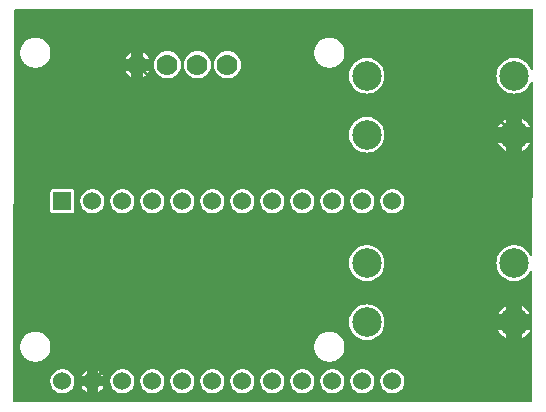
<source format=gtl>
G04 Layer: TopLayer*
G04 EasyEDA v6.5.15, 2022-08-31 14:33:10*
G04 7f742d56b1564ff082f2a7d2e7a97bc1,d16243303ffc4a33bbfddbaf118a1a26,10*
G04 Gerber Generator version 0.2*
G04 Scale: 100 percent, Rotated: No, Reflected: No *
G04 Dimensions in millimeters *
G04 leading zeros omitted , absolute positions ,4 integer and 5 decimal *
%FSLAX45Y45*%
%MOMM*%

%AMMACRO1*21,1,$1,$2,0,0,$3*%
%ADD10C,0.2540*%
%ADD11C,2.5000*%
%ADD12C,1.7780*%
%ADD13MACRO1,1.524X1.524X-90.0000*%
%ADD14C,1.5240*%
%ADD15C,0.0152*%

%LPD*%
G36*
X734720Y9093708D02*
G01*
X730808Y9094470D01*
X727506Y9096705D01*
X725322Y9100007D01*
X724560Y9103918D01*
X736955Y12409982D01*
X737768Y12413843D01*
X739952Y12417145D01*
X743254Y12419330D01*
X747115Y12420092D01*
X5119979Y12420092D01*
X5123891Y12419330D01*
X5127193Y12417094D01*
X5129377Y12413792D01*
X5130139Y12409881D01*
X5128310Y11916460D01*
X5127498Y11912600D01*
X5125313Y11909298D01*
X5122011Y11907113D01*
X5118100Y11906351D01*
X5114239Y11907113D01*
X5110937Y11909348D01*
X5108752Y11912650D01*
X5104333Y11923268D01*
X5096154Y11938101D01*
X5086350Y11951868D01*
X5075072Y11964517D01*
X5062474Y11975795D01*
X5048656Y11985548D01*
X5033873Y11993727D01*
X5018227Y12000230D01*
X5001971Y12004903D01*
X4985308Y12007748D01*
X4968392Y12008713D01*
X4951526Y12007748D01*
X4934813Y12004903D01*
X4918557Y12000230D01*
X4902911Y11993727D01*
X4888128Y11985548D01*
X4874310Y11975795D01*
X4861712Y11964517D01*
X4850434Y11951868D01*
X4840630Y11938101D01*
X4832451Y11923268D01*
X4825949Y11907621D01*
X4821275Y11891365D01*
X4818430Y11874703D01*
X4817516Y11857786D01*
X4818430Y11840921D01*
X4821275Y11824208D01*
X4825949Y11807952D01*
X4832451Y11792305D01*
X4840630Y11777522D01*
X4850434Y11763705D01*
X4861712Y11751106D01*
X4874310Y11739829D01*
X4888128Y11730024D01*
X4902911Y11721846D01*
X4918557Y11715394D01*
X4934813Y11710670D01*
X4951526Y11707876D01*
X4968392Y11706910D01*
X4985308Y11707876D01*
X5001971Y11710670D01*
X5018227Y11715394D01*
X5033873Y11721846D01*
X5048656Y11730024D01*
X5062474Y11739829D01*
X5075072Y11751106D01*
X5086350Y11763705D01*
X5096154Y11777522D01*
X5104333Y11792305D01*
X5108295Y11801906D01*
X5110530Y11805208D01*
X5113832Y11807393D01*
X5117693Y11808155D01*
X5121605Y11807393D01*
X5124907Y11805158D01*
X5127091Y11801856D01*
X5127853Y11797995D01*
X5126431Y11420957D01*
X5125974Y11418722D01*
X5126431Y11416436D01*
X5125974Y11299088D01*
X5125415Y11296243D01*
X5125974Y11293398D01*
X5122367Y10342473D01*
X5121402Y10338155D01*
X5118709Y10334701D01*
X5114747Y10332669D01*
X5110327Y10332516D01*
X5106263Y10334294D01*
X5103317Y10337596D01*
X5096154Y10350601D01*
X5086350Y10364368D01*
X5075072Y10377017D01*
X5062474Y10388295D01*
X5048656Y10398048D01*
X5033873Y10406227D01*
X5018227Y10412730D01*
X5001971Y10417403D01*
X4985308Y10420248D01*
X4968392Y10421213D01*
X4951526Y10420248D01*
X4934813Y10417403D01*
X4918557Y10412730D01*
X4902911Y10406227D01*
X4888128Y10398048D01*
X4874310Y10388295D01*
X4861712Y10377017D01*
X4850434Y10364368D01*
X4840630Y10350601D01*
X4832451Y10335768D01*
X4825949Y10320121D01*
X4821275Y10303865D01*
X4818430Y10287203D01*
X4817516Y10270286D01*
X4818430Y10253421D01*
X4821275Y10236708D01*
X4825949Y10220452D01*
X4832451Y10204805D01*
X4840630Y10190022D01*
X4850434Y10176205D01*
X4861712Y10163606D01*
X4874310Y10152329D01*
X4888128Y10142524D01*
X4902911Y10134346D01*
X4918557Y10127894D01*
X4934813Y10123170D01*
X4951526Y10120376D01*
X4968392Y10119410D01*
X4985308Y10120376D01*
X5001971Y10123170D01*
X5018227Y10127894D01*
X5033873Y10134346D01*
X5048656Y10142524D01*
X5062474Y10152329D01*
X5075072Y10163606D01*
X5086350Y10176205D01*
X5096154Y10190022D01*
X5102809Y10202011D01*
X5105704Y10205313D01*
X5109819Y10207091D01*
X5114239Y10206939D01*
X5118201Y10204907D01*
X5120894Y10201402D01*
X5121859Y10197033D01*
X5120538Y9845852D01*
X5119522Y9841534D01*
X5116830Y9838080D01*
X5115610Y9837420D01*
X5117490Y9836150D01*
X5119674Y9832848D01*
X5120436Y9828936D01*
X5120030Y9711588D01*
X5119217Y9707676D01*
X5117033Y9704425D01*
X5114188Y9702546D01*
X5116271Y9701479D01*
X5119014Y9697974D01*
X5119928Y9693605D01*
X5117744Y9103817D01*
X5116931Y9099956D01*
X5114747Y9096654D01*
X5111445Y9094470D01*
X5107584Y9093708D01*
G37*

%LPC*%
G36*
X2406192Y9169146D02*
G01*
X2419807Y9169146D01*
X2433320Y9170974D01*
X2446477Y9174581D01*
X2459024Y9179864D01*
X2470759Y9186824D01*
X2481478Y9195308D01*
X2490978Y9205112D01*
X2499055Y9216085D01*
X2505608Y9228023D01*
X2510485Y9240774D01*
X2513685Y9254032D01*
X2515006Y9267596D01*
X2514549Y9281210D01*
X2512314Y9294672D01*
X2508250Y9307677D01*
X2502509Y9320072D01*
X2495194Y9331553D01*
X2486406Y9341967D01*
X2476246Y9351111D01*
X2465019Y9358833D01*
X2452878Y9364980D01*
X2439974Y9369450D01*
X2426614Y9372193D01*
X2413000Y9373108D01*
X2399385Y9372193D01*
X2386025Y9369450D01*
X2373122Y9364980D01*
X2360980Y9358833D01*
X2349754Y9351111D01*
X2339594Y9341967D01*
X2330805Y9331553D01*
X2323490Y9320072D01*
X2317750Y9307677D01*
X2313686Y9294672D01*
X2311450Y9281210D01*
X2310993Y9267596D01*
X2312314Y9254032D01*
X2315514Y9240774D01*
X2320391Y9228023D01*
X2326944Y9216085D01*
X2335022Y9205112D01*
X2344521Y9195308D01*
X2355240Y9186824D01*
X2366975Y9179864D01*
X2379522Y9174581D01*
X2392680Y9170974D01*
G37*
G36*
X3168192Y9169146D02*
G01*
X3181807Y9169146D01*
X3195320Y9170974D01*
X3208477Y9174581D01*
X3221024Y9179864D01*
X3232759Y9186824D01*
X3243478Y9195308D01*
X3252978Y9205112D01*
X3261055Y9216085D01*
X3267608Y9228023D01*
X3272485Y9240774D01*
X3275685Y9254032D01*
X3277006Y9267596D01*
X3276549Y9281210D01*
X3274314Y9294672D01*
X3270250Y9307677D01*
X3264509Y9320072D01*
X3257194Y9331553D01*
X3248406Y9341967D01*
X3238246Y9351111D01*
X3227019Y9358833D01*
X3214878Y9364980D01*
X3201974Y9369450D01*
X3188614Y9372193D01*
X3175000Y9373108D01*
X3161385Y9372193D01*
X3148025Y9369450D01*
X3135122Y9364980D01*
X3122980Y9358833D01*
X3111754Y9351111D01*
X3101594Y9341967D01*
X3092805Y9331553D01*
X3085490Y9320072D01*
X3079750Y9307677D01*
X3075686Y9294672D01*
X3073450Y9281210D01*
X3072993Y9267596D01*
X3074314Y9254032D01*
X3077514Y9240774D01*
X3082391Y9228023D01*
X3088944Y9216085D01*
X3097022Y9205112D01*
X3106521Y9195308D01*
X3117240Y9186824D01*
X3128975Y9179864D01*
X3141522Y9174581D01*
X3154680Y9170974D01*
G37*
G36*
X2152192Y9169146D02*
G01*
X2165807Y9169146D01*
X2179320Y9170974D01*
X2192477Y9174581D01*
X2205024Y9179864D01*
X2216759Y9186824D01*
X2227478Y9195308D01*
X2236978Y9205112D01*
X2245055Y9216085D01*
X2251608Y9228023D01*
X2256485Y9240774D01*
X2259685Y9254032D01*
X2261006Y9267596D01*
X2260549Y9281210D01*
X2258314Y9294672D01*
X2254250Y9307677D01*
X2248509Y9320072D01*
X2241194Y9331553D01*
X2232406Y9341967D01*
X2222246Y9351111D01*
X2211019Y9358833D01*
X2198878Y9364980D01*
X2185974Y9369450D01*
X2172614Y9372193D01*
X2159000Y9373108D01*
X2145385Y9372193D01*
X2132025Y9369450D01*
X2119122Y9364980D01*
X2106980Y9358833D01*
X2095754Y9351111D01*
X2085593Y9341967D01*
X2076805Y9331553D01*
X2069490Y9320072D01*
X2063750Y9307677D01*
X2059686Y9294672D01*
X2057450Y9281210D01*
X2056993Y9267596D01*
X2058314Y9254032D01*
X2061514Y9240774D01*
X2066391Y9228023D01*
X2072944Y9216085D01*
X2081022Y9205112D01*
X2090521Y9195308D01*
X2101240Y9186824D01*
X2112975Y9179864D01*
X2125522Y9174581D01*
X2138680Y9170974D01*
G37*
G36*
X3422192Y9169146D02*
G01*
X3435807Y9169146D01*
X3449320Y9170974D01*
X3462477Y9174581D01*
X3475024Y9179864D01*
X3486759Y9186824D01*
X3497478Y9195308D01*
X3506978Y9205112D01*
X3515055Y9216085D01*
X3521608Y9228023D01*
X3526485Y9240774D01*
X3529685Y9254032D01*
X3531006Y9267596D01*
X3530549Y9281210D01*
X3528314Y9294672D01*
X3524250Y9307677D01*
X3518509Y9320072D01*
X3511194Y9331553D01*
X3502406Y9341967D01*
X3492246Y9351111D01*
X3481019Y9358833D01*
X3468878Y9364980D01*
X3455974Y9369450D01*
X3442614Y9372193D01*
X3429000Y9373108D01*
X3415385Y9372193D01*
X3402025Y9369450D01*
X3389122Y9364980D01*
X3376980Y9358833D01*
X3365754Y9351111D01*
X3355594Y9341967D01*
X3346805Y9331553D01*
X3339490Y9320072D01*
X3333750Y9307677D01*
X3329686Y9294672D01*
X3327450Y9281210D01*
X3326993Y9267596D01*
X3328314Y9254032D01*
X3331514Y9240774D01*
X3336391Y9228023D01*
X3342944Y9216085D01*
X3351022Y9205112D01*
X3360521Y9195308D01*
X3371240Y9186824D01*
X3382975Y9179864D01*
X3395522Y9174581D01*
X3408679Y9170974D01*
G37*
G36*
X2914192Y9169146D02*
G01*
X2927807Y9169146D01*
X2941320Y9170974D01*
X2954477Y9174581D01*
X2967024Y9179864D01*
X2978759Y9186824D01*
X2989478Y9195308D01*
X2998978Y9205112D01*
X3007055Y9216085D01*
X3013608Y9228023D01*
X3018485Y9240774D01*
X3021685Y9254032D01*
X3023006Y9267596D01*
X3022549Y9281210D01*
X3020314Y9294672D01*
X3016250Y9307677D01*
X3010509Y9320072D01*
X3003194Y9331553D01*
X2994406Y9341967D01*
X2984246Y9351111D01*
X2973019Y9358833D01*
X2960878Y9364980D01*
X2947974Y9369450D01*
X2934614Y9372193D01*
X2921000Y9373108D01*
X2907385Y9372193D01*
X2894025Y9369450D01*
X2881122Y9364980D01*
X2868980Y9358833D01*
X2857754Y9351111D01*
X2847594Y9341967D01*
X2838805Y9331553D01*
X2831490Y9320072D01*
X2825750Y9307677D01*
X2821686Y9294672D01*
X2819450Y9281210D01*
X2818993Y9267596D01*
X2820314Y9254032D01*
X2823514Y9240774D01*
X2828391Y9228023D01*
X2834944Y9216085D01*
X2843022Y9205112D01*
X2852521Y9195308D01*
X2863240Y9186824D01*
X2874975Y9179864D01*
X2887522Y9174581D01*
X2900680Y9170974D01*
G37*
G36*
X3930192Y9169146D02*
G01*
X3943807Y9169146D01*
X3957320Y9170974D01*
X3970477Y9174581D01*
X3983024Y9179864D01*
X3994759Y9186824D01*
X4005478Y9195308D01*
X4014978Y9205112D01*
X4023055Y9216085D01*
X4029608Y9228023D01*
X4034485Y9240774D01*
X4037685Y9254032D01*
X4039006Y9267596D01*
X4038549Y9281210D01*
X4036314Y9294672D01*
X4032250Y9307677D01*
X4026509Y9320072D01*
X4019194Y9331553D01*
X4010406Y9341967D01*
X4000246Y9351111D01*
X3989019Y9358833D01*
X3976878Y9364980D01*
X3963974Y9369450D01*
X3950614Y9372193D01*
X3937000Y9373108D01*
X3923385Y9372193D01*
X3910025Y9369450D01*
X3897122Y9364980D01*
X3884980Y9358833D01*
X3873754Y9351111D01*
X3863594Y9341967D01*
X3854805Y9331553D01*
X3847490Y9320072D01*
X3841750Y9307677D01*
X3837686Y9294672D01*
X3835450Y9281210D01*
X3834993Y9267596D01*
X3836314Y9254032D01*
X3839514Y9240774D01*
X3844391Y9228023D01*
X3850944Y9216085D01*
X3859022Y9205112D01*
X3868521Y9195308D01*
X3879240Y9186824D01*
X3890975Y9179864D01*
X3903522Y9174581D01*
X3916679Y9170974D01*
G37*
G36*
X2660192Y9169146D02*
G01*
X2673807Y9169146D01*
X2687320Y9170974D01*
X2700477Y9174581D01*
X2713024Y9179864D01*
X2724759Y9186824D01*
X2735478Y9195308D01*
X2744978Y9205112D01*
X2753055Y9216085D01*
X2759608Y9228023D01*
X2764485Y9240774D01*
X2767685Y9254032D01*
X2769006Y9267596D01*
X2768549Y9281210D01*
X2766314Y9294672D01*
X2762250Y9307677D01*
X2756509Y9320072D01*
X2749194Y9331553D01*
X2740406Y9341967D01*
X2730246Y9351111D01*
X2719019Y9358833D01*
X2706878Y9364980D01*
X2693974Y9369450D01*
X2680614Y9372193D01*
X2667000Y9373108D01*
X2653385Y9372193D01*
X2640025Y9369450D01*
X2627122Y9364980D01*
X2614980Y9358833D01*
X2603754Y9351111D01*
X2593594Y9341967D01*
X2584805Y9331553D01*
X2577490Y9320072D01*
X2571750Y9307677D01*
X2567686Y9294672D01*
X2565450Y9281210D01*
X2564993Y9267596D01*
X2566314Y9254032D01*
X2569514Y9240774D01*
X2574391Y9228023D01*
X2580944Y9216085D01*
X2589022Y9205112D01*
X2598521Y9195308D01*
X2609240Y9186824D01*
X2620975Y9179864D01*
X2633522Y9174581D01*
X2646680Y9170974D01*
G37*
G36*
X3676192Y9169146D02*
G01*
X3689807Y9169146D01*
X3703320Y9170974D01*
X3716477Y9174581D01*
X3729024Y9179864D01*
X3740759Y9186824D01*
X3751478Y9195308D01*
X3760978Y9205112D01*
X3769055Y9216085D01*
X3775608Y9228023D01*
X3780485Y9240774D01*
X3783685Y9254032D01*
X3785006Y9267596D01*
X3784549Y9281210D01*
X3782314Y9294672D01*
X3778250Y9307677D01*
X3772509Y9320072D01*
X3765194Y9331553D01*
X3756406Y9341967D01*
X3746246Y9351111D01*
X3735019Y9358833D01*
X3722878Y9364980D01*
X3709974Y9369450D01*
X3696614Y9372193D01*
X3683000Y9373108D01*
X3669385Y9372193D01*
X3656025Y9369450D01*
X3643122Y9364980D01*
X3630980Y9358833D01*
X3619754Y9351111D01*
X3609594Y9341967D01*
X3600805Y9331553D01*
X3593490Y9320072D01*
X3587750Y9307677D01*
X3583686Y9294672D01*
X3581450Y9281210D01*
X3580993Y9267596D01*
X3582314Y9254032D01*
X3585514Y9240774D01*
X3590391Y9228023D01*
X3596944Y9216085D01*
X3605022Y9205112D01*
X3614521Y9195308D01*
X3625240Y9186824D01*
X3636975Y9179864D01*
X3649522Y9174581D01*
X3662679Y9170974D01*
G37*
G36*
X1898192Y9169146D02*
G01*
X1911807Y9169146D01*
X1925320Y9170974D01*
X1938477Y9174581D01*
X1951024Y9179864D01*
X1962759Y9186824D01*
X1973478Y9195308D01*
X1982978Y9205112D01*
X1991055Y9216085D01*
X1997608Y9228023D01*
X2002485Y9240774D01*
X2005685Y9254032D01*
X2007006Y9267596D01*
X2006549Y9281210D01*
X2004314Y9294672D01*
X2000250Y9307677D01*
X1994509Y9320072D01*
X1987194Y9331553D01*
X1978406Y9341967D01*
X1968246Y9351111D01*
X1957019Y9358833D01*
X1944878Y9364980D01*
X1931974Y9369450D01*
X1918614Y9372193D01*
X1905000Y9373108D01*
X1891385Y9372193D01*
X1878025Y9369450D01*
X1865122Y9364980D01*
X1852980Y9358833D01*
X1841754Y9351111D01*
X1831593Y9341967D01*
X1822805Y9331553D01*
X1815490Y9320072D01*
X1809750Y9307677D01*
X1805686Y9294672D01*
X1803450Y9281210D01*
X1802993Y9267596D01*
X1804314Y9254032D01*
X1807514Y9240774D01*
X1812391Y9228023D01*
X1818944Y9216085D01*
X1827022Y9205112D01*
X1836521Y9195308D01*
X1847240Y9186824D01*
X1858975Y9179864D01*
X1871522Y9174581D01*
X1884680Y9170974D01*
G37*
G36*
X1644192Y9169146D02*
G01*
X1657807Y9169146D01*
X1671320Y9170974D01*
X1684477Y9174581D01*
X1697024Y9179864D01*
X1708759Y9186824D01*
X1719478Y9195308D01*
X1728978Y9205112D01*
X1737055Y9216085D01*
X1743608Y9228023D01*
X1748485Y9240774D01*
X1751685Y9254032D01*
X1753006Y9267596D01*
X1752549Y9281210D01*
X1750314Y9294672D01*
X1746250Y9307677D01*
X1740509Y9320072D01*
X1733194Y9331553D01*
X1724406Y9341967D01*
X1714246Y9351111D01*
X1703019Y9358833D01*
X1690878Y9364980D01*
X1677974Y9369450D01*
X1664614Y9372193D01*
X1651000Y9373108D01*
X1637385Y9372193D01*
X1624025Y9369450D01*
X1611122Y9364980D01*
X1598980Y9358833D01*
X1587754Y9351111D01*
X1577594Y9341967D01*
X1568805Y9331553D01*
X1561490Y9320072D01*
X1555750Y9307677D01*
X1551686Y9294672D01*
X1549450Y9281210D01*
X1548993Y9267596D01*
X1550314Y9254032D01*
X1553514Y9240774D01*
X1558391Y9228023D01*
X1564944Y9216085D01*
X1573022Y9205112D01*
X1582521Y9195308D01*
X1593240Y9186824D01*
X1604975Y9179864D01*
X1617522Y9174581D01*
X1630680Y9170974D01*
G37*
G36*
X1136192Y9169146D02*
G01*
X1149807Y9169146D01*
X1163320Y9170974D01*
X1176477Y9174581D01*
X1189024Y9179864D01*
X1200759Y9186824D01*
X1211478Y9195308D01*
X1220978Y9205112D01*
X1229055Y9216085D01*
X1235608Y9228023D01*
X1240485Y9240774D01*
X1243685Y9254032D01*
X1245006Y9267596D01*
X1244549Y9281210D01*
X1242314Y9294672D01*
X1238250Y9307677D01*
X1232509Y9320072D01*
X1225194Y9331553D01*
X1216406Y9341967D01*
X1206246Y9351111D01*
X1195019Y9358833D01*
X1182878Y9364980D01*
X1169974Y9369450D01*
X1156614Y9372193D01*
X1143000Y9373108D01*
X1129385Y9372193D01*
X1116025Y9369450D01*
X1103122Y9364980D01*
X1090980Y9358833D01*
X1079754Y9351111D01*
X1069594Y9341967D01*
X1060805Y9331553D01*
X1053490Y9320072D01*
X1047750Y9307677D01*
X1043686Y9294672D01*
X1041450Y9281210D01*
X1040993Y9267596D01*
X1042314Y9254032D01*
X1045514Y9240774D01*
X1050391Y9228023D01*
X1056944Y9216085D01*
X1065022Y9205112D01*
X1074521Y9195308D01*
X1085240Y9186824D01*
X1096975Y9179864D01*
X1109522Y9174581D01*
X1122680Y9170974D01*
G37*
G36*
X1441450Y9179204D02*
G01*
X1443024Y9179864D01*
X1454759Y9186824D01*
X1465478Y9195308D01*
X1474978Y9205112D01*
X1483055Y9216085D01*
X1488795Y9226550D01*
X1441450Y9226550D01*
G37*
G36*
X1352550Y9179204D02*
G01*
X1352550Y9226550D01*
X1305204Y9226550D01*
X1310944Y9216085D01*
X1319022Y9205112D01*
X1328521Y9195308D01*
X1339240Y9186824D01*
X1350975Y9179864D01*
G37*
G36*
X1441450Y9315450D02*
G01*
X1488643Y9315450D01*
X1486509Y9320072D01*
X1479194Y9331553D01*
X1470406Y9341967D01*
X1460246Y9351111D01*
X1449019Y9358833D01*
X1441450Y9362643D01*
G37*
G36*
X1305356Y9315450D02*
G01*
X1352550Y9315450D01*
X1352550Y9362643D01*
X1344980Y9358833D01*
X1333754Y9351111D01*
X1323594Y9341967D01*
X1314805Y9331553D01*
X1307490Y9320072D01*
G37*
G36*
X3403600Y9435592D02*
G01*
X3418992Y9436557D01*
X3434130Y9439300D01*
X3448812Y9443872D01*
X3462832Y9450222D01*
X3476040Y9458198D01*
X3488131Y9467697D01*
X3499002Y9478568D01*
X3508501Y9490659D01*
X3516477Y9503867D01*
X3522827Y9517888D01*
X3527399Y9532569D01*
X3530142Y9547707D01*
X3531108Y9563100D01*
X3530142Y9578492D01*
X3527399Y9593630D01*
X3522827Y9608312D01*
X3516477Y9622332D01*
X3508501Y9635540D01*
X3499002Y9647631D01*
X3488131Y9658502D01*
X3476040Y9668002D01*
X3462832Y9675977D01*
X3448812Y9682327D01*
X3434130Y9686899D01*
X3418992Y9689642D01*
X3403600Y9690608D01*
X3388207Y9689642D01*
X3373069Y9686899D01*
X3358387Y9682327D01*
X3344367Y9675977D01*
X3331159Y9668002D01*
X3319068Y9658502D01*
X3308197Y9647631D01*
X3298698Y9635540D01*
X3290722Y9622332D01*
X3284372Y9608312D01*
X3279800Y9593630D01*
X3277057Y9578492D01*
X3276092Y9563100D01*
X3277057Y9547707D01*
X3279800Y9532569D01*
X3284372Y9517888D01*
X3290722Y9503867D01*
X3298698Y9490659D01*
X3308197Y9478568D01*
X3319068Y9467697D01*
X3331159Y9458198D01*
X3344367Y9450222D01*
X3358387Y9443872D01*
X3373069Y9439300D01*
X3388207Y9436557D01*
G37*
G36*
X914400Y9435592D02*
G01*
X929792Y9436557D01*
X944930Y9439300D01*
X959612Y9443872D01*
X973632Y9450222D01*
X986840Y9458198D01*
X998931Y9467697D01*
X1009802Y9478568D01*
X1019302Y9490659D01*
X1027277Y9503867D01*
X1033627Y9517888D01*
X1038199Y9532569D01*
X1040942Y9547707D01*
X1041908Y9563100D01*
X1040942Y9578492D01*
X1038199Y9593630D01*
X1033627Y9608312D01*
X1027277Y9622332D01*
X1019302Y9635540D01*
X1009802Y9647631D01*
X998931Y9658502D01*
X986840Y9668002D01*
X973632Y9675977D01*
X959612Y9682327D01*
X944930Y9686899D01*
X929792Y9689642D01*
X914400Y9690608D01*
X899007Y9689642D01*
X883869Y9686899D01*
X869187Y9682327D01*
X855167Y9675977D01*
X841959Y9668002D01*
X829868Y9658502D01*
X818997Y9647631D01*
X809498Y9635540D01*
X801522Y9622332D01*
X795172Y9608312D01*
X790600Y9593630D01*
X787857Y9578492D01*
X786892Y9563100D01*
X787857Y9547707D01*
X790600Y9532569D01*
X795172Y9517888D01*
X801522Y9503867D01*
X809498Y9490659D01*
X818997Y9478568D01*
X829868Y9467697D01*
X841959Y9458198D01*
X855167Y9450222D01*
X869187Y9443872D01*
X883869Y9439300D01*
X899007Y9436557D01*
G37*
G36*
X3718407Y9619386D02*
G01*
X3735273Y9620351D01*
X3751986Y9623196D01*
X3768242Y9627870D01*
X3783888Y9634372D01*
X3798671Y9642551D01*
X3812489Y9652304D01*
X3825087Y9663582D01*
X3836365Y9676231D01*
X3846169Y9689998D01*
X3854348Y9704832D01*
X3860800Y9720478D01*
X3865524Y9736734D01*
X3868318Y9753396D01*
X3869283Y9770313D01*
X3868318Y9787178D01*
X3865524Y9803892D01*
X3860800Y9820148D01*
X3854348Y9835794D01*
X3846169Y9850577D01*
X3836365Y9864394D01*
X3825087Y9876993D01*
X3812489Y9888270D01*
X3798671Y9898075D01*
X3783888Y9906254D01*
X3768242Y9912705D01*
X3751986Y9917430D01*
X3735273Y9920224D01*
X3718407Y9921189D01*
X3701491Y9920224D01*
X3684828Y9917430D01*
X3668572Y9912705D01*
X3652926Y9906254D01*
X3638143Y9898075D01*
X3624326Y9888270D01*
X3611727Y9876993D01*
X3600450Y9864394D01*
X3590645Y9850577D01*
X3582466Y9835794D01*
X3575964Y9820148D01*
X3571290Y9803892D01*
X3568446Y9787178D01*
X3567531Y9770313D01*
X3568446Y9753396D01*
X3571290Y9736734D01*
X3575964Y9720478D01*
X3582466Y9704832D01*
X3590645Y9689998D01*
X3600450Y9676231D01*
X3611727Y9663582D01*
X3624326Y9652304D01*
X3638143Y9642551D01*
X3652926Y9634372D01*
X3668572Y9627870D01*
X3684828Y9623196D01*
X3701491Y9620351D01*
G37*
G36*
X4899558Y9636201D02*
G01*
X4899558Y9701428D01*
X4834331Y9701428D01*
X4840630Y9689998D01*
X4850434Y9676231D01*
X4861712Y9663582D01*
X4874310Y9652304D01*
X4888128Y9642551D01*
G37*
G36*
X5037226Y9636201D02*
G01*
X5048656Y9642551D01*
X5062474Y9652304D01*
X5075072Y9663582D01*
X5086350Y9676231D01*
X5096154Y9689998D01*
X5100878Y9698583D01*
X5103418Y9701428D01*
X5037226Y9701428D01*
G37*
G36*
X4834331Y9839147D02*
G01*
X4899558Y9839147D01*
X4899558Y9904374D01*
X4888128Y9898075D01*
X4874310Y9888270D01*
X4861712Y9876993D01*
X4850434Y9864394D01*
X4840630Y9850577D01*
G37*
G36*
X5037226Y9839147D02*
G01*
X5103063Y9839147D01*
X5101488Y9840976D01*
X5096154Y9850577D01*
X5086350Y9864394D01*
X5075072Y9876993D01*
X5062474Y9888270D01*
X5048656Y9898075D01*
X5037226Y9904374D01*
G37*
G36*
X3718407Y10119410D02*
G01*
X3735273Y10120376D01*
X3751986Y10123170D01*
X3768242Y10127894D01*
X3783888Y10134346D01*
X3798671Y10142524D01*
X3812489Y10152329D01*
X3825087Y10163606D01*
X3836365Y10176205D01*
X3846169Y10190022D01*
X3854348Y10204805D01*
X3860800Y10220452D01*
X3865524Y10236708D01*
X3868318Y10253421D01*
X3869283Y10270286D01*
X3868318Y10287203D01*
X3865524Y10303865D01*
X3860800Y10320121D01*
X3854348Y10335768D01*
X3846169Y10350601D01*
X3836365Y10364368D01*
X3825087Y10377017D01*
X3812489Y10388295D01*
X3798671Y10398048D01*
X3783888Y10406227D01*
X3768242Y10412730D01*
X3751986Y10417403D01*
X3735273Y10420248D01*
X3718407Y10421213D01*
X3701491Y10420248D01*
X3684828Y10417403D01*
X3668572Y10412730D01*
X3652926Y10406227D01*
X3638143Y10398048D01*
X3624326Y10388295D01*
X3611727Y10377017D01*
X3600450Y10364368D01*
X3590645Y10350601D01*
X3582466Y10335768D01*
X3575964Y10320121D01*
X3571290Y10303865D01*
X3568446Y10287203D01*
X3567531Y10270286D01*
X3568446Y10253421D01*
X3571290Y10236708D01*
X3575964Y10220452D01*
X3582466Y10204805D01*
X3590645Y10190022D01*
X3600450Y10176205D01*
X3611727Y10163606D01*
X3624326Y10152329D01*
X3638143Y10142524D01*
X3652926Y10134346D01*
X3668572Y10127894D01*
X3684828Y10123170D01*
X3701491Y10120376D01*
G37*
G36*
X1067358Y10692892D02*
G01*
X1218641Y10692892D01*
X1224940Y10693603D01*
X1230426Y10695533D01*
X1235303Y10698581D01*
X1239418Y10702696D01*
X1242466Y10707573D01*
X1244396Y10713059D01*
X1245108Y10719358D01*
X1245108Y10870641D01*
X1244396Y10876940D01*
X1242466Y10882426D01*
X1239418Y10887303D01*
X1235303Y10891418D01*
X1230426Y10894466D01*
X1224940Y10896396D01*
X1218641Y10897108D01*
X1067358Y10897108D01*
X1061059Y10896396D01*
X1055573Y10894466D01*
X1050696Y10891418D01*
X1046581Y10887303D01*
X1043533Y10882426D01*
X1041603Y10876940D01*
X1040892Y10870641D01*
X1040892Y10719358D01*
X1041603Y10713059D01*
X1043533Y10707573D01*
X1046581Y10702696D01*
X1050696Y10698581D01*
X1055573Y10695533D01*
X1061059Y10693603D01*
G37*
G36*
X3168192Y10693146D02*
G01*
X3181807Y10693146D01*
X3195320Y10694974D01*
X3208477Y10698581D01*
X3221024Y10703864D01*
X3232759Y10710824D01*
X3243478Y10719308D01*
X3252978Y10729112D01*
X3261055Y10740085D01*
X3267608Y10752023D01*
X3272485Y10764774D01*
X3275685Y10778032D01*
X3277006Y10791596D01*
X3276549Y10805210D01*
X3274314Y10818672D01*
X3270250Y10831677D01*
X3264509Y10844072D01*
X3257194Y10855553D01*
X3248406Y10865967D01*
X3238246Y10875111D01*
X3227019Y10882833D01*
X3214878Y10888980D01*
X3201974Y10893450D01*
X3188614Y10896193D01*
X3175000Y10897108D01*
X3161385Y10896193D01*
X3148025Y10893450D01*
X3135122Y10888980D01*
X3122980Y10882833D01*
X3111754Y10875111D01*
X3101594Y10865967D01*
X3092805Y10855553D01*
X3085490Y10844072D01*
X3079750Y10831677D01*
X3075686Y10818672D01*
X3073450Y10805210D01*
X3072993Y10791596D01*
X3074314Y10778032D01*
X3077514Y10764774D01*
X3082391Y10752023D01*
X3088944Y10740085D01*
X3097022Y10729112D01*
X3106521Y10719308D01*
X3117240Y10710824D01*
X3128975Y10703864D01*
X3141522Y10698581D01*
X3154680Y10694974D01*
G37*
G36*
X3422192Y10693146D02*
G01*
X3435807Y10693146D01*
X3449320Y10694974D01*
X3462477Y10698581D01*
X3475024Y10703864D01*
X3486759Y10710824D01*
X3497478Y10719308D01*
X3506978Y10729112D01*
X3515055Y10740085D01*
X3521608Y10752023D01*
X3526485Y10764774D01*
X3529685Y10778032D01*
X3531006Y10791596D01*
X3530549Y10805210D01*
X3528314Y10818672D01*
X3524250Y10831677D01*
X3518509Y10844072D01*
X3511194Y10855553D01*
X3502406Y10865967D01*
X3492246Y10875111D01*
X3481019Y10882833D01*
X3468878Y10888980D01*
X3455974Y10893450D01*
X3442614Y10896193D01*
X3429000Y10897108D01*
X3415385Y10896193D01*
X3402025Y10893450D01*
X3389122Y10888980D01*
X3376980Y10882833D01*
X3365754Y10875111D01*
X3355594Y10865967D01*
X3346805Y10855553D01*
X3339490Y10844072D01*
X3333750Y10831677D01*
X3329686Y10818672D01*
X3327450Y10805210D01*
X3326993Y10791596D01*
X3328314Y10778032D01*
X3331514Y10764774D01*
X3336391Y10752023D01*
X3342944Y10740085D01*
X3351022Y10729112D01*
X3360521Y10719308D01*
X3371240Y10710824D01*
X3382975Y10703864D01*
X3395522Y10698581D01*
X3408679Y10694974D01*
G37*
G36*
X2660192Y10693146D02*
G01*
X2673807Y10693146D01*
X2687320Y10694974D01*
X2700477Y10698581D01*
X2713024Y10703864D01*
X2724759Y10710824D01*
X2735478Y10719308D01*
X2744978Y10729112D01*
X2753055Y10740085D01*
X2759608Y10752023D01*
X2764485Y10764774D01*
X2767685Y10778032D01*
X2769006Y10791596D01*
X2768549Y10805210D01*
X2766314Y10818672D01*
X2762250Y10831677D01*
X2756509Y10844072D01*
X2749194Y10855553D01*
X2740406Y10865967D01*
X2730246Y10875111D01*
X2719019Y10882833D01*
X2706878Y10888980D01*
X2693974Y10893450D01*
X2680614Y10896193D01*
X2667000Y10897108D01*
X2653385Y10896193D01*
X2640025Y10893450D01*
X2627122Y10888980D01*
X2614980Y10882833D01*
X2603754Y10875111D01*
X2593594Y10865967D01*
X2584805Y10855553D01*
X2577490Y10844072D01*
X2571750Y10831677D01*
X2567686Y10818672D01*
X2565450Y10805210D01*
X2564993Y10791596D01*
X2566314Y10778032D01*
X2569514Y10764774D01*
X2574391Y10752023D01*
X2580944Y10740085D01*
X2589022Y10729112D01*
X2598521Y10719308D01*
X2609240Y10710824D01*
X2620975Y10703864D01*
X2633522Y10698581D01*
X2646680Y10694974D01*
G37*
G36*
X2152192Y10693146D02*
G01*
X2165807Y10693146D01*
X2179320Y10694974D01*
X2192477Y10698581D01*
X2205024Y10703864D01*
X2216759Y10710824D01*
X2227478Y10719308D01*
X2236978Y10729112D01*
X2245055Y10740085D01*
X2251608Y10752023D01*
X2256485Y10764774D01*
X2259685Y10778032D01*
X2261006Y10791596D01*
X2260549Y10805210D01*
X2258314Y10818672D01*
X2254250Y10831677D01*
X2248509Y10844072D01*
X2241194Y10855553D01*
X2232406Y10865967D01*
X2222246Y10875111D01*
X2211019Y10882833D01*
X2198878Y10888980D01*
X2185974Y10893450D01*
X2172614Y10896193D01*
X2159000Y10897108D01*
X2145385Y10896193D01*
X2132025Y10893450D01*
X2119122Y10888980D01*
X2106980Y10882833D01*
X2095754Y10875111D01*
X2085593Y10865967D01*
X2076805Y10855553D01*
X2069490Y10844072D01*
X2063750Y10831677D01*
X2059686Y10818672D01*
X2057450Y10805210D01*
X2056993Y10791596D01*
X2058314Y10778032D01*
X2061514Y10764774D01*
X2066391Y10752023D01*
X2072944Y10740085D01*
X2081022Y10729112D01*
X2090521Y10719308D01*
X2101240Y10710824D01*
X2112975Y10703864D01*
X2125522Y10698581D01*
X2138680Y10694974D01*
G37*
G36*
X3676192Y10693146D02*
G01*
X3689807Y10693146D01*
X3703320Y10694974D01*
X3716477Y10698581D01*
X3729024Y10703864D01*
X3740759Y10710824D01*
X3751478Y10719308D01*
X3760978Y10729112D01*
X3769055Y10740085D01*
X3775608Y10752023D01*
X3780485Y10764774D01*
X3783685Y10778032D01*
X3785006Y10791596D01*
X3784549Y10805210D01*
X3782314Y10818672D01*
X3778250Y10831677D01*
X3772509Y10844072D01*
X3765194Y10855553D01*
X3756406Y10865967D01*
X3746246Y10875111D01*
X3735019Y10882833D01*
X3722878Y10888980D01*
X3709974Y10893450D01*
X3696614Y10896193D01*
X3683000Y10897108D01*
X3669385Y10896193D01*
X3656025Y10893450D01*
X3643122Y10888980D01*
X3630980Y10882833D01*
X3619754Y10875111D01*
X3609594Y10865967D01*
X3600805Y10855553D01*
X3593490Y10844072D01*
X3587750Y10831677D01*
X3583686Y10818672D01*
X3581450Y10805210D01*
X3580993Y10791596D01*
X3582314Y10778032D01*
X3585514Y10764774D01*
X3590391Y10752023D01*
X3596944Y10740085D01*
X3605022Y10729112D01*
X3614521Y10719308D01*
X3625240Y10710824D01*
X3636975Y10703864D01*
X3649522Y10698581D01*
X3662679Y10694974D01*
G37*
G36*
X2914192Y10693146D02*
G01*
X2927807Y10693146D01*
X2941320Y10694974D01*
X2954477Y10698581D01*
X2967024Y10703864D01*
X2978759Y10710824D01*
X2989478Y10719308D01*
X2998978Y10729112D01*
X3007055Y10740085D01*
X3013608Y10752023D01*
X3018485Y10764774D01*
X3021685Y10778032D01*
X3023006Y10791596D01*
X3022549Y10805210D01*
X3020314Y10818672D01*
X3016250Y10831677D01*
X3010509Y10844072D01*
X3003194Y10855553D01*
X2994406Y10865967D01*
X2984246Y10875111D01*
X2973019Y10882833D01*
X2960878Y10888980D01*
X2947974Y10893450D01*
X2934614Y10896193D01*
X2921000Y10897108D01*
X2907385Y10896193D01*
X2894025Y10893450D01*
X2881122Y10888980D01*
X2868980Y10882833D01*
X2857754Y10875111D01*
X2847594Y10865967D01*
X2838805Y10855553D01*
X2831490Y10844072D01*
X2825750Y10831677D01*
X2821686Y10818672D01*
X2819450Y10805210D01*
X2818993Y10791596D01*
X2820314Y10778032D01*
X2823514Y10764774D01*
X2828391Y10752023D01*
X2834944Y10740085D01*
X2843022Y10729112D01*
X2852521Y10719308D01*
X2863240Y10710824D01*
X2874975Y10703864D01*
X2887522Y10698581D01*
X2900680Y10694974D01*
G37*
G36*
X3930192Y10693146D02*
G01*
X3943807Y10693146D01*
X3957320Y10694974D01*
X3970477Y10698581D01*
X3983024Y10703864D01*
X3994759Y10710824D01*
X4005478Y10719308D01*
X4014978Y10729112D01*
X4023055Y10740085D01*
X4029608Y10752023D01*
X4034485Y10764774D01*
X4037685Y10778032D01*
X4039006Y10791596D01*
X4038549Y10805210D01*
X4036314Y10818672D01*
X4032250Y10831677D01*
X4026509Y10844072D01*
X4019194Y10855553D01*
X4010406Y10865967D01*
X4000246Y10875111D01*
X3989019Y10882833D01*
X3976878Y10888980D01*
X3963974Y10893450D01*
X3950614Y10896193D01*
X3937000Y10897108D01*
X3923385Y10896193D01*
X3910025Y10893450D01*
X3897122Y10888980D01*
X3884980Y10882833D01*
X3873754Y10875111D01*
X3863594Y10865967D01*
X3854805Y10855553D01*
X3847490Y10844072D01*
X3841750Y10831677D01*
X3837686Y10818672D01*
X3835450Y10805210D01*
X3834993Y10791596D01*
X3836314Y10778032D01*
X3839514Y10764774D01*
X3844391Y10752023D01*
X3850944Y10740085D01*
X3859022Y10729112D01*
X3868521Y10719308D01*
X3879240Y10710824D01*
X3890975Y10703864D01*
X3903522Y10698581D01*
X3916679Y10694974D01*
G37*
G36*
X2406192Y10693146D02*
G01*
X2419807Y10693146D01*
X2433320Y10694974D01*
X2446477Y10698581D01*
X2459024Y10703864D01*
X2470759Y10710824D01*
X2481478Y10719308D01*
X2490978Y10729112D01*
X2499055Y10740085D01*
X2505608Y10752023D01*
X2510485Y10764774D01*
X2513685Y10778032D01*
X2515006Y10791596D01*
X2514549Y10805210D01*
X2512314Y10818672D01*
X2508250Y10831677D01*
X2502509Y10844072D01*
X2495194Y10855553D01*
X2486406Y10865967D01*
X2476246Y10875111D01*
X2465019Y10882833D01*
X2452878Y10888980D01*
X2439974Y10893450D01*
X2426614Y10896193D01*
X2413000Y10897108D01*
X2399385Y10896193D01*
X2386025Y10893450D01*
X2373122Y10888980D01*
X2360980Y10882833D01*
X2349754Y10875111D01*
X2339594Y10865967D01*
X2330805Y10855553D01*
X2323490Y10844072D01*
X2317750Y10831677D01*
X2313686Y10818672D01*
X2311450Y10805210D01*
X2310993Y10791596D01*
X2312314Y10778032D01*
X2315514Y10764774D01*
X2320391Y10752023D01*
X2326944Y10740085D01*
X2335022Y10729112D01*
X2344521Y10719308D01*
X2355240Y10710824D01*
X2366975Y10703864D01*
X2379522Y10698581D01*
X2392680Y10694974D01*
G37*
G36*
X1898192Y10693146D02*
G01*
X1911807Y10693146D01*
X1925320Y10694974D01*
X1938477Y10698581D01*
X1951024Y10703864D01*
X1962759Y10710824D01*
X1973478Y10719308D01*
X1982978Y10729112D01*
X1991055Y10740085D01*
X1997608Y10752023D01*
X2002485Y10764774D01*
X2005685Y10778032D01*
X2007006Y10791596D01*
X2006549Y10805210D01*
X2004314Y10818672D01*
X2000250Y10831677D01*
X1994509Y10844072D01*
X1987194Y10855553D01*
X1978406Y10865967D01*
X1968246Y10875111D01*
X1957019Y10882833D01*
X1944878Y10888980D01*
X1931974Y10893450D01*
X1918614Y10896193D01*
X1905000Y10897108D01*
X1891385Y10896193D01*
X1878025Y10893450D01*
X1865122Y10888980D01*
X1852980Y10882833D01*
X1841754Y10875111D01*
X1831593Y10865967D01*
X1822805Y10855553D01*
X1815490Y10844072D01*
X1809750Y10831677D01*
X1805686Y10818672D01*
X1803450Y10805210D01*
X1802993Y10791596D01*
X1804314Y10778032D01*
X1807514Y10764774D01*
X1812391Y10752023D01*
X1818944Y10740085D01*
X1827022Y10729112D01*
X1836521Y10719308D01*
X1847240Y10710824D01*
X1858975Y10703864D01*
X1871522Y10698581D01*
X1884680Y10694974D01*
G37*
G36*
X1644192Y10693146D02*
G01*
X1657807Y10693146D01*
X1671320Y10694974D01*
X1684477Y10698581D01*
X1697024Y10703864D01*
X1708759Y10710824D01*
X1719478Y10719308D01*
X1728978Y10729112D01*
X1737055Y10740085D01*
X1743608Y10752023D01*
X1748485Y10764774D01*
X1751685Y10778032D01*
X1753006Y10791596D01*
X1752549Y10805210D01*
X1750314Y10818672D01*
X1746250Y10831677D01*
X1740509Y10844072D01*
X1733194Y10855553D01*
X1724406Y10865967D01*
X1714246Y10875111D01*
X1703019Y10882833D01*
X1690878Y10888980D01*
X1677974Y10893450D01*
X1664614Y10896193D01*
X1651000Y10897108D01*
X1637385Y10896193D01*
X1624025Y10893450D01*
X1611122Y10888980D01*
X1598980Y10882833D01*
X1587754Y10875111D01*
X1577594Y10865967D01*
X1568805Y10855553D01*
X1561490Y10844072D01*
X1555750Y10831677D01*
X1551686Y10818672D01*
X1549450Y10805210D01*
X1548993Y10791596D01*
X1550314Y10778032D01*
X1553514Y10764774D01*
X1558391Y10752023D01*
X1564944Y10740085D01*
X1573022Y10729112D01*
X1582521Y10719308D01*
X1593240Y10710824D01*
X1604975Y10703864D01*
X1617522Y10698581D01*
X1630680Y10694974D01*
G37*
G36*
X1390192Y10693146D02*
G01*
X1403807Y10693146D01*
X1417320Y10694974D01*
X1430477Y10698581D01*
X1443024Y10703864D01*
X1454759Y10710824D01*
X1465478Y10719308D01*
X1474978Y10729112D01*
X1483055Y10740085D01*
X1489608Y10752023D01*
X1494485Y10764774D01*
X1497685Y10778032D01*
X1499006Y10791596D01*
X1498549Y10805210D01*
X1496314Y10818672D01*
X1492250Y10831677D01*
X1486509Y10844072D01*
X1479194Y10855553D01*
X1470406Y10865967D01*
X1460246Y10875111D01*
X1449019Y10882833D01*
X1436878Y10888980D01*
X1423974Y10893450D01*
X1410614Y10896193D01*
X1397000Y10897108D01*
X1383385Y10896193D01*
X1370025Y10893450D01*
X1357122Y10888980D01*
X1344980Y10882833D01*
X1333754Y10875111D01*
X1323594Y10865967D01*
X1314805Y10855553D01*
X1307490Y10844072D01*
X1301750Y10831677D01*
X1297686Y10818672D01*
X1295450Y10805210D01*
X1294993Y10791596D01*
X1296314Y10778032D01*
X1299514Y10764774D01*
X1304391Y10752023D01*
X1310944Y10740085D01*
X1319022Y10729112D01*
X1328521Y10719308D01*
X1339240Y10710824D01*
X1350975Y10703864D01*
X1363522Y10698581D01*
X1376680Y10694974D01*
G37*
G36*
X3718407Y11206886D02*
G01*
X3735273Y11207851D01*
X3751986Y11210696D01*
X3768242Y11215370D01*
X3783888Y11221872D01*
X3798671Y11230051D01*
X3812489Y11239804D01*
X3825087Y11251082D01*
X3836365Y11263731D01*
X3846169Y11277498D01*
X3854348Y11292332D01*
X3860800Y11307978D01*
X3865524Y11324234D01*
X3868318Y11340896D01*
X3869283Y11357813D01*
X3868318Y11374678D01*
X3865524Y11391392D01*
X3860800Y11407648D01*
X3854348Y11423294D01*
X3846169Y11438077D01*
X3836365Y11451894D01*
X3825087Y11464493D01*
X3812489Y11475770D01*
X3798671Y11485575D01*
X3783888Y11493754D01*
X3768242Y11500205D01*
X3751986Y11504930D01*
X3735273Y11507724D01*
X3718407Y11508689D01*
X3701491Y11507724D01*
X3684828Y11504930D01*
X3668572Y11500205D01*
X3652926Y11493754D01*
X3638143Y11485575D01*
X3624326Y11475770D01*
X3611727Y11464493D01*
X3600450Y11451894D01*
X3590645Y11438077D01*
X3582466Y11423294D01*
X3575964Y11407648D01*
X3571290Y11391392D01*
X3568446Y11374678D01*
X3567531Y11357813D01*
X3568446Y11340896D01*
X3571290Y11324234D01*
X3575964Y11307978D01*
X3582466Y11292332D01*
X3590645Y11277498D01*
X3600450Y11263731D01*
X3611727Y11251082D01*
X3624326Y11239804D01*
X3638143Y11230051D01*
X3652926Y11221872D01*
X3668572Y11215370D01*
X3684828Y11210696D01*
X3701491Y11207851D01*
G37*
G36*
X5037226Y11223701D02*
G01*
X5048656Y11230051D01*
X5062474Y11239804D01*
X5075072Y11251082D01*
X5086350Y11263731D01*
X5096154Y11277498D01*
X5102453Y11288928D01*
X5037226Y11288928D01*
G37*
G36*
X4899558Y11223701D02*
G01*
X4899558Y11288928D01*
X4834331Y11288928D01*
X4840630Y11277498D01*
X4850434Y11263731D01*
X4861712Y11251082D01*
X4874310Y11239804D01*
X4888128Y11230051D01*
G37*
G36*
X4834331Y11426647D02*
G01*
X4899558Y11426647D01*
X4899558Y11491874D01*
X4888128Y11485575D01*
X4874310Y11475770D01*
X4861712Y11464493D01*
X4850434Y11451894D01*
X4840630Y11438077D01*
G37*
G36*
X5037226Y11426647D02*
G01*
X5102453Y11426647D01*
X5096154Y11438077D01*
X5086350Y11451894D01*
X5075072Y11464493D01*
X5062474Y11475770D01*
X5048656Y11485575D01*
X5037226Y11491874D01*
G37*
G36*
X3718407Y11706910D02*
G01*
X3735273Y11707876D01*
X3751986Y11710670D01*
X3768242Y11715394D01*
X3783888Y11721846D01*
X3798671Y11730024D01*
X3812489Y11739829D01*
X3825087Y11751106D01*
X3836365Y11763705D01*
X3846169Y11777522D01*
X3854348Y11792305D01*
X3860800Y11807952D01*
X3865524Y11824208D01*
X3868318Y11840921D01*
X3869283Y11857786D01*
X3868318Y11874703D01*
X3865524Y11891365D01*
X3860800Y11907621D01*
X3854348Y11923268D01*
X3846169Y11938101D01*
X3836365Y11951868D01*
X3825087Y11964517D01*
X3812489Y11975795D01*
X3798671Y11985548D01*
X3783888Y11993727D01*
X3768242Y12000230D01*
X3751986Y12004903D01*
X3735273Y12007748D01*
X3718407Y12008713D01*
X3701491Y12007748D01*
X3684828Y12004903D01*
X3668572Y12000230D01*
X3652926Y11993727D01*
X3638143Y11985548D01*
X3624326Y11975795D01*
X3611727Y11964517D01*
X3600450Y11951868D01*
X3590645Y11938101D01*
X3582466Y11923268D01*
X3575964Y11907621D01*
X3571290Y11891365D01*
X3568446Y11874703D01*
X3567531Y11857786D01*
X3568446Y11840921D01*
X3571290Y11824208D01*
X3575964Y11807952D01*
X3582466Y11792305D01*
X3590645Y11777522D01*
X3600450Y11763705D01*
X3611727Y11751106D01*
X3624326Y11739829D01*
X3638143Y11730024D01*
X3652926Y11721846D01*
X3668572Y11715394D01*
X3684828Y11710670D01*
X3701491Y11707876D01*
G37*
G36*
X2024786Y11836146D02*
G01*
X2039213Y11836146D01*
X2053488Y11837924D01*
X2067458Y11841530D01*
X2080869Y11846814D01*
X2093518Y11853773D01*
X2105152Y11862257D01*
X2115667Y11872112D01*
X2124862Y11883237D01*
X2132584Y11895378D01*
X2138730Y11908434D01*
X2143201Y11922150D01*
X2145893Y11936323D01*
X2146808Y11950700D01*
X2145893Y11965076D01*
X2143201Y11979249D01*
X2138730Y11992965D01*
X2132584Y12006021D01*
X2124862Y12018162D01*
X2115667Y12029287D01*
X2105152Y12039142D01*
X2093518Y12047626D01*
X2080869Y12054586D01*
X2067458Y12059869D01*
X2053488Y12063476D01*
X2039213Y12065254D01*
X2024786Y12065254D01*
X2010511Y12063476D01*
X1996541Y12059869D01*
X1983130Y12054586D01*
X1970481Y12047626D01*
X1958848Y12039142D01*
X1948332Y12029287D01*
X1939137Y12018162D01*
X1931416Y12006021D01*
X1925269Y11992965D01*
X1920798Y11979249D01*
X1918106Y11965076D01*
X1917192Y11950700D01*
X1918106Y11936323D01*
X1920798Y11922150D01*
X1925269Y11908434D01*
X1931416Y11895378D01*
X1939137Y11883237D01*
X1948332Y11872112D01*
X1958848Y11862257D01*
X1970481Y11853773D01*
X1983130Y11846814D01*
X1996541Y11841530D01*
X2010511Y11837924D01*
G37*
G36*
X2532786Y11836146D02*
G01*
X2547213Y11836146D01*
X2561488Y11837924D01*
X2575458Y11841530D01*
X2588869Y11846814D01*
X2601518Y11853773D01*
X2613152Y11862257D01*
X2623667Y11872112D01*
X2632862Y11883237D01*
X2640584Y11895378D01*
X2646730Y11908434D01*
X2651201Y11922150D01*
X2653893Y11936323D01*
X2654808Y11950700D01*
X2653893Y11965076D01*
X2651201Y11979249D01*
X2646730Y11992965D01*
X2640584Y12006021D01*
X2632862Y12018162D01*
X2623667Y12029287D01*
X2613152Y12039142D01*
X2601518Y12047626D01*
X2588869Y12054586D01*
X2575458Y12059869D01*
X2561488Y12063476D01*
X2547213Y12065254D01*
X2532786Y12065254D01*
X2518511Y12063476D01*
X2504541Y12059869D01*
X2491130Y12054586D01*
X2478481Y12047626D01*
X2466848Y12039142D01*
X2456332Y12029287D01*
X2447137Y12018162D01*
X2439416Y12006021D01*
X2433269Y11992965D01*
X2428798Y11979249D01*
X2426106Y11965076D01*
X2425192Y11950700D01*
X2426106Y11936323D01*
X2428798Y11922150D01*
X2433269Y11908434D01*
X2439416Y11895378D01*
X2447137Y11883237D01*
X2456332Y11872112D01*
X2466848Y11862257D01*
X2478481Y11853773D01*
X2491130Y11846814D01*
X2504541Y11841530D01*
X2518511Y11837924D01*
G37*
G36*
X2278786Y11836146D02*
G01*
X2293213Y11836146D01*
X2307488Y11837924D01*
X2321458Y11841530D01*
X2334869Y11846814D01*
X2347518Y11853773D01*
X2359152Y11862257D01*
X2369667Y11872112D01*
X2378862Y11883237D01*
X2386584Y11895378D01*
X2392730Y11908434D01*
X2397201Y11922150D01*
X2399893Y11936323D01*
X2400808Y11950700D01*
X2399893Y11965076D01*
X2397201Y11979249D01*
X2392730Y11992965D01*
X2386584Y12006021D01*
X2378862Y12018162D01*
X2369667Y12029287D01*
X2359152Y12039142D01*
X2347518Y12047626D01*
X2334869Y12054586D01*
X2321458Y12059869D01*
X2307488Y12063476D01*
X2293213Y12065254D01*
X2278786Y12065254D01*
X2264511Y12063476D01*
X2250541Y12059869D01*
X2237130Y12054586D01*
X2224481Y12047626D01*
X2212848Y12039142D01*
X2202332Y12029287D01*
X2193137Y12018162D01*
X2185416Y12006021D01*
X2179269Y11992965D01*
X2174798Y11979249D01*
X2172106Y11965076D01*
X2171192Y11950700D01*
X2172106Y11936323D01*
X2174798Y11922150D01*
X2179269Y11908434D01*
X2185416Y11895378D01*
X2193137Y11883237D01*
X2202332Y11872112D01*
X2212848Y11862257D01*
X2224481Y11853773D01*
X2237130Y11846814D01*
X2250541Y11841530D01*
X2264511Y11837924D01*
G37*
G36*
X1828800Y11847880D02*
G01*
X1839518Y11853773D01*
X1851152Y11862257D01*
X1861667Y11872112D01*
X1870862Y11883237D01*
X1878584Y11895378D01*
X1880717Y11899900D01*
X1828800Y11899900D01*
G37*
G36*
X1727200Y11847880D02*
G01*
X1727200Y11899900D01*
X1675282Y11899900D01*
X1677416Y11895378D01*
X1685137Y11883237D01*
X1694332Y11872112D01*
X1704848Y11862257D01*
X1716481Y11853773D01*
G37*
G36*
X914400Y11924792D02*
G01*
X929792Y11925757D01*
X944930Y11928500D01*
X959612Y11933072D01*
X973632Y11939422D01*
X986840Y11947398D01*
X998931Y11956897D01*
X1009802Y11967768D01*
X1019302Y11979859D01*
X1027277Y11993067D01*
X1033627Y12007088D01*
X1038199Y12021769D01*
X1040942Y12036907D01*
X1041908Y12052300D01*
X1040942Y12067692D01*
X1038199Y12082830D01*
X1033627Y12097512D01*
X1027277Y12111532D01*
X1019302Y12124740D01*
X1009802Y12136831D01*
X998931Y12147702D01*
X986840Y12157202D01*
X973632Y12165177D01*
X959612Y12171527D01*
X944930Y12176099D01*
X929792Y12178842D01*
X914400Y12179808D01*
X899007Y12178842D01*
X883869Y12176099D01*
X869187Y12171527D01*
X855167Y12165177D01*
X841959Y12157202D01*
X829868Y12147702D01*
X818997Y12136831D01*
X809498Y12124740D01*
X801522Y12111532D01*
X795172Y12097512D01*
X790600Y12082830D01*
X787857Y12067692D01*
X786892Y12052300D01*
X787857Y12036907D01*
X790600Y12021769D01*
X795172Y12007088D01*
X801522Y11993067D01*
X809498Y11979859D01*
X818997Y11967768D01*
X829868Y11956897D01*
X841959Y11947398D01*
X855167Y11939422D01*
X869187Y11933072D01*
X883869Y11928500D01*
X899007Y11925757D01*
G37*
G36*
X3403600Y11924792D02*
G01*
X3418992Y11925757D01*
X3434130Y11928500D01*
X3448812Y11933072D01*
X3462832Y11939422D01*
X3476040Y11947398D01*
X3488131Y11956897D01*
X3499002Y11967768D01*
X3508501Y11979859D01*
X3516477Y11993067D01*
X3522827Y12007088D01*
X3527399Y12021769D01*
X3530142Y12036907D01*
X3531108Y12052300D01*
X3530142Y12067692D01*
X3527399Y12082830D01*
X3522827Y12097512D01*
X3516477Y12111532D01*
X3508501Y12124740D01*
X3499002Y12136831D01*
X3488131Y12147702D01*
X3476040Y12157202D01*
X3462832Y12165177D01*
X3448812Y12171527D01*
X3434130Y12176099D01*
X3418992Y12178842D01*
X3403600Y12179808D01*
X3388207Y12178842D01*
X3373069Y12176099D01*
X3358387Y12171527D01*
X3344367Y12165177D01*
X3331159Y12157202D01*
X3319068Y12147702D01*
X3308197Y12136831D01*
X3298698Y12124740D01*
X3290722Y12111532D01*
X3284372Y12097512D01*
X3279800Y12082830D01*
X3277057Y12067692D01*
X3276092Y12052300D01*
X3277057Y12036907D01*
X3279800Y12021769D01*
X3284372Y12007088D01*
X3290722Y11993067D01*
X3298698Y11979859D01*
X3308197Y11967768D01*
X3319068Y11956897D01*
X3331159Y11947398D01*
X3344367Y11939422D01*
X3358387Y11933072D01*
X3373069Y11928500D01*
X3388207Y11925757D01*
G37*
G36*
X1828800Y12001500D02*
G01*
X1880717Y12001500D01*
X1878584Y12006021D01*
X1870862Y12018162D01*
X1861667Y12029287D01*
X1851152Y12039142D01*
X1839518Y12047626D01*
X1828800Y12053519D01*
G37*
G36*
X1675282Y12001500D02*
G01*
X1727200Y12001500D01*
X1727200Y12053519D01*
X1716481Y12047626D01*
X1704848Y12039142D01*
X1694332Y12029287D01*
X1685137Y12018162D01*
X1677416Y12006021D01*
G37*

%LPD*%
D10*
X1397000Y9271000D02*
G01*
X2032000Y9906000D01*
X2032000Y11518900D01*
X2120900Y11607800D01*
X1778000Y11950700D02*
G01*
X2120900Y11607800D01*
X2120900Y11607800D02*
G01*
X4718380Y11607800D01*
X4968392Y11357787D01*
D11*
G01*
X4968389Y11357787D03*
G01*
X3718405Y11357787D03*
G01*
X4968389Y11857786D03*
G01*
X3718405Y11857786D03*
G01*
X4968389Y9770287D03*
G01*
X3718405Y9770287D03*
G01*
X4968389Y10270286D03*
G01*
X3718405Y10270286D03*
D12*
G01*
X1778000Y11950700D03*
G01*
X2032000Y11950700D03*
G01*
X2286000Y11950700D03*
G01*
X2540000Y11950700D03*
D13*
G01*
X1143000Y10795000D03*
D14*
G01*
X1397000Y10795000D03*
G01*
X1905000Y10795000D03*
G01*
X2159000Y10795000D03*
G01*
X2413000Y10795000D03*
G01*
X2667000Y10795000D03*
G01*
X2921000Y10795000D03*
G01*
X3175000Y10795000D03*
G01*
X3429000Y10795000D03*
G01*
X3683000Y10795000D03*
G01*
X3937000Y10795000D03*
G01*
X3937000Y9271000D03*
G01*
X3683000Y9271000D03*
G01*
X3429000Y9271000D03*
G01*
X3175000Y9271000D03*
G01*
X2921000Y9271000D03*
G01*
X2667000Y9271000D03*
G01*
X2413000Y9271000D03*
G01*
X2159000Y9271000D03*
G01*
X1905000Y9271000D03*
G01*
X1651000Y9271000D03*
G01*
X1397000Y9271000D03*
G01*
X1143000Y9271000D03*
G01*
X1651000Y10795000D03*
M02*

</source>
